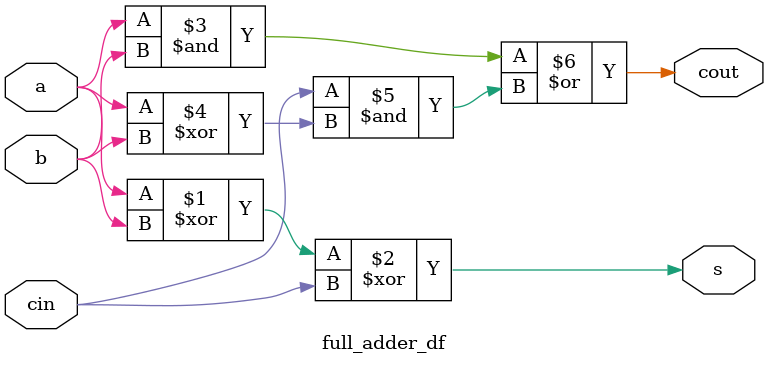
<source format=v>
/***********************************************************
File Name:	full_adder_df.v
Author: 	Kevan Thompson
Date:		March 13, 2024
Description: A data flow implementation of a full adder. 
			Operands are a, b, and cin. s in the sum, and c is
			the carry bit

***********************************************************/

module full_adder_df(
	input a,
	input b,
	input cin,
	output s,
	output cout
);

assign s = a ^ b ^ cin;
assign cout = (a & b) | (cin & (a ^ b));

endmodule



</source>
